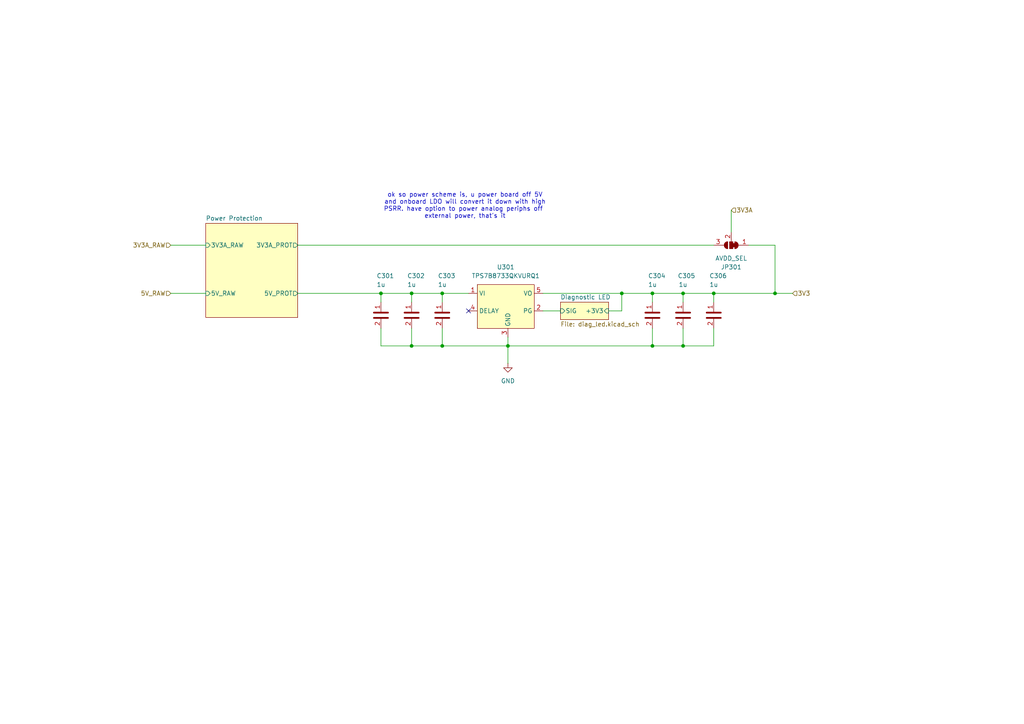
<source format=kicad_sch>
(kicad_sch (version 20250114) (generator "eeschema") (generator_version "9.0")
  (paper "A4")
  (lib_symbols
    (symbol "Jumper:SolderJumper_3_Bridged12" (pin_names (offset 0) (hide yes)) (in_bom no)
      (property "Reference" "JP" (at -2.54 -2.54 0))
      (property "Value" "SolderJumper_3_Bridged12" (at 0 2.794 0))
      (symbol "SolderJumper_3_Bridged12_0_1"
        (polyline (pts (xy -2.54 0) (xy -2.032 0)))
        (polyline (pts (xy -1.016 1.016) (xy -1.016 -1.016)))
        (rectangle (start -1.016 0.508) (end -0.508 -0.508) (fill (type outline)))
        (arc (start -1.016 -1.016) (mid -2.0276 0) (end -1.016 1.016))
        (arc (start -1.016 -1.016) (mid -2.0276 0) (end -1.016 1.016) (fill (type outline)))
        (rectangle (start -0.508 1.016) (end 0.508 -1.016) (fill (type outline)))
        (polyline (pts (xy 0 -1.27) (xy 0 -1.016)))
        (arc (start 1.016 1.016) (mid 2.0276 0) (end 1.016 -1.016))
        (arc (start 1.016 1.016) (mid 2.0276 0) (end 1.016 -1.016) (fill (type outline)))
        (polyline (pts (xy 1.016 1.016) (xy 1.016 -1.016)))
        (polyline (pts (xy 2.54 0) (xy 2.032 0)))
      )
      (symbol "SolderJumper_3_Bridged12_1_1"
        (pin passive line (at -5.08 0 0) (length 2.54) (name "A") (number "1"))
        (pin passive line (at 0 -3.81 90) (length 2.54) (name "C") (number "2"))
        (pin passive line (at 5.08 0 180) (length 2.54) (name "B") (number "3"))
      )
    )
    (symbol "bfr_capacitors:CL05A105KA5NQNC"
      (property "Reference" "C" (at 0 2.54 0))
      (property "Value" "1u" (at 1.27 2.54 0))
      (symbol "CL05A105KA5NQNC_0_1"
        (polyline (pts (xy -2.032 0.762) (xy 2.032 0.762)) (stroke (width 0.508)))
        (polyline (pts (xy -2.032 -0.762) (xy 2.032 -0.762)) (stroke (width 0.508)))
      )
      (symbol "CL05A105KA5NQNC_1_1"
        (pin passive line (at 0 3.81 270) (length 2.794) (name "~") (number "1"))
        (pin passive line (at 0 -3.81 90) (length 2.794) (name "~") (number "2"))
      )
    )
    (symbol "bfr_power_ics:TPS7B8733QKVURQ1"
      (property "Reference" "U" (at 0 7.62 0))
      (property "Value" "TPS7B8733QKVURQ1" (at 0 8.89 0))
      (symbol "TPS7B8733QKVURQ1_1_1"
        (rectangle (start -8.89 6.35) (end 7.62 -6.35) (fill (type background)))
        (pin power_in line (at -11.43 3.81 0) (length 2.54) (name "VI") (number "1"))
        (pin input line (at -11.43 -1.27 0) (length 2.54) (name "DELAY") (number "4"))
        (pin power_in line (at 0 -8.89 90) (length 2.54) (name "GND") (number "3"))
        (pin power_out line (at 10.16 3.81 180) (length 2.54) (name "VO") (number "5"))
        (pin input line (at 10.16 -1.27 180) (length 2.54) (name "PG") (number "2"))
      )
    )
    (symbol "power:GND" (power) (pin_numbers (hide yes)) (pin_names (offset 0) (hide yes))
      (property "Value" "GND" (at 0 -3.81 0))
      (symbol "GND_0_1"
        (polyline (pts (xy 0 0) (xy 0 -1.27) (xy 1.27 -1.27) (xy 0 -2.54) (xy -1.27 -1.27) (xy 0 -1.27)))
      )
      (symbol "GND_1_1"
        (pin power_in line (at 0 0 270) (length 0) (name "~") (number "1"))
      )
    )
  )
  (text "ok so power scheme is, u power board off 5V\nand onboard LDO will convert it down with high\nPSRR. have option to power analog periphs off \nexternal power, that's it" (at 134.874 59.69 0) (effects (font (size 1.27 1.27))))
  (junction (at 119.38 100.33))
  (junction (at 110.49 85.09))
  (junction (at 207.01 85.09))
  (junction (at 198.12 100.33))
  (junction (at 198.12 85.09))
  (junction (at 119.38 85.09))
  (junction (at 189.23 85.09))
  (junction (at 189.23 100.33))
  (junction (at 180.34 85.09))
  (junction (at 224.79 85.09))
  (junction (at 147.32 100.33))
  (junction (at 128.27 100.33))
  (junction (at 128.27 85.09))
  (no_connect (at 135.89 90.17))
  (wire (pts (xy 176.53 90.17) (xy 180.34 90.17)))
  (wire (pts (xy 189.23 100.33) (xy 198.12 100.33)))
  (wire (pts (xy 110.49 100.33) (xy 119.38 100.33)))
  (wire (pts (xy 217.17 71.12) (xy 224.79 71.12)))
  (wire (pts (xy 207.01 95.25) (xy 207.01 100.33)))
  (wire (pts (xy 207.01 100.33) (xy 198.12 100.33)))
  (wire (pts (xy 128.27 95.25) (xy 128.27 100.33)))
  (wire (pts (xy 128.27 85.09) (xy 135.89 85.09)))
  (wire (pts (xy 86.36 85.09) (xy 110.49 85.09)))
  (wire (pts (xy 207.01 85.09) (xy 207.01 87.63)))
  (wire (pts (xy 49.53 71.12) (xy 59.69 71.12)))
  (wire (pts (xy 119.38 85.09) (xy 128.27 85.09)))
  (wire (pts (xy 198.12 95.25) (xy 198.12 100.33)))
  (wire (pts (xy 110.49 85.09) (xy 119.38 85.09)))
  (wire (pts (xy 128.27 100.33) (xy 147.32 100.33)))
  (wire (pts (xy 49.53 85.09) (xy 59.69 85.09)))
  (wire (pts (xy 212.09 60.96) (xy 212.09 67.31)))
  (wire (pts (xy 180.34 90.17) (xy 180.34 85.09)))
  (wire (pts (xy 86.36 71.12) (xy 207.01 71.12)))
  (wire (pts (xy 147.32 105.41) (xy 147.32 100.33)))
  (wire (pts (xy 119.38 100.33) (xy 128.27 100.33)))
  (wire (pts (xy 224.79 85.09) (xy 229.87 85.09)))
  (wire (pts (xy 157.48 90.17) (xy 162.56 90.17)))
  (wire (pts (xy 189.23 85.09) (xy 189.23 87.63)))
  (wire (pts (xy 119.38 85.09) (xy 119.38 87.63)))
  (wire (pts (xy 128.27 85.09) (xy 128.27 87.63)))
  (wire (pts (xy 207.01 85.09) (xy 198.12 85.09)))
  (wire (pts (xy 110.49 85.09) (xy 110.49 87.63)))
  (wire (pts (xy 147.32 100.33) (xy 147.32 97.79)))
  (wire (pts (xy 189.23 95.25) (xy 189.23 100.33)))
  (wire (pts (xy 189.23 85.09) (xy 198.12 85.09)))
  (wire (pts (xy 198.12 85.09) (xy 198.12 87.63)))
  (wire (pts (xy 180.34 85.09) (xy 189.23 85.09)))
  (wire (pts (xy 119.38 95.25) (xy 119.38 100.33)))
  (wire (pts (xy 224.79 71.12) (xy 224.79 85.09)))
  (wire (pts (xy 157.48 85.09) (xy 180.34 85.09)))
  (wire (pts (xy 110.49 95.25) (xy 110.49 100.33)))
  (wire (pts (xy 147.32 100.33) (xy 189.23 100.33)))
  (wire (pts (xy 207.01 85.09) (xy 224.79 85.09)))
  (hierarchical_label "3V3A" (shape input) (at 212.09 60.96 0))
  (hierarchical_label "5V_RAW" (shape input) (at 49.53 85.09 180))
  (hierarchical_label "3V3" (shape input) (at 229.87 85.09 0))
  (hierarchical_label "3V3A_RAW" (shape input) (at 49.53 71.12 180))
  (symbol (lib_id "bfr_capacitors:CL05A105KA5NQNC") (at 110.49 91.44 0) (unit 1)
    (property "Reference" "C301" (at 109.22 80.01 0) (effects (justify left)))
    (property "Value" "1u" (at 109.22 82.55 0) (effects (justify left)))
    (property "Footprint" "Capacitor_SMD:C_0402_1005Metric_Pad0.74x0.62mm_HandSolder" (effects (hide yes)))
    (property "Description" "1uF±10% X5R 25V JLCPCB Basic 0402 Capacitor" (effects (hide yes)))
    (property "Sim.Device" "SUBCKT" (effects (hide yes)))
    (property "Sim.Pins" "1=P1 2=P2" (effects (hide yes)))
    (property "Sim.Library" "${BFRUH_DIR}/Electronics/spice_models/bfr_capacitors/CL05A105KA5NQNC.lib" (effects (hide yes)))
    (property "Sim.Name" "CL05A105KA5NQNC" (effects (hide yes)))
    (property "Pretty Name" "1uF X5R 25V 0402 Capacitor" (effects (hide yes)))
    (property "Order From" "LCSC" (effects (hide yes)))
    (property "LCSC P/N" "C52923" (effects (hide yes)))
    (property "JLCPCB Basic Part" "Yes" (effects (hide yes)))
    (property "Created by" "capacitor_generator.py script using jlcbasic_additional_capacitor_spec.txt" (effects (hide yes)))
  )
  (symbol (lib_id "Jumper:SolderJumper_3_Bridged12") (at 212.09 71.12 180) (unit 1) (in_bom no)
    (property "Reference" "JP301" (at 212.09 77.47 0))
    (property "Value" "AVDD_SEL" (at 212.09 74.93 0))
    (property "Footprint" "Jumper:SolderJumper-3_P1.3mm_Bridged2Bar12_Pad1.0x1.5mm_NumberLabels" (effects (hide yes)))
    (property "Description" "3-pole Solder Jumper, pins 1+2 closed/bridged" (effects (hide yes)))
  )
  (symbol (lib_id "bfr_capacitors:CL05A105KA5NQNC") (at 207.01 91.44 0) (unit 1)
    (property "Reference" "C306" (at 205.74 80.01 0) (effects (justify left)))
    (property "Value" "1u" (at 205.74 82.55 0) (effects (justify left)))
    (property "Footprint" "Capacitor_SMD:C_0402_1005Metric_Pad0.74x0.62mm_HandSolder" (effects (hide yes)))
    (property "Description" "1uF±10% X5R 25V JLCPCB Basic 0402 Capacitor" (effects (hide yes)))
    (property "Sim.Device" "SUBCKT" (effects (hide yes)))
    (property "Sim.Pins" "1=P1 2=P2" (effects (hide yes)))
    (property "Sim.Library" "${BFRUH_DIR}/Electronics/spice_models/bfr_capacitors/CL05A105KA5NQNC.lib" (effects (hide yes)))
    (property "Sim.Name" "CL05A105KA5NQNC" (effects (hide yes)))
    (property "Pretty Name" "1uF X5R 25V 0402 Capacitor" (effects (hide yes)))
    (property "Order From" "LCSC" (effects (hide yes)))
    (property "LCSC P/N" "C52923" (effects (hide yes)))
    (property "JLCPCB Basic Part" "Yes" (effects (hide yes)))
    (property "Created by" "capacitor_generator.py script using jlcbasic_additional_capacitor_spec.txt" (effects (hide yes)))
  )
  (symbol (lib_id "power:GND") (at 147.32 105.41 0) (unit 1)
    (property "Reference" "#PWR0323" (effects (hide yes)))
    (property "Value" "GND" (at 147.32 110.49 0))
    (property "Description" "Power symbol creates a global label with name \"GND\" , ground" (effects (hide yes)))
  )
  (symbol (lib_id "bfr_capacitors:CL05A105KA5NQNC") (at 189.23 91.44 0) (unit 1)
    (property "Reference" "C304" (at 187.96 80.01 0) (effects (justify left)))
    (property "Value" "1u" (at 187.96 82.55 0) (effects (justify left)))
    (property "Footprint" "Capacitor_SMD:C_0402_1005Metric_Pad0.74x0.62mm_HandSolder" (effects (hide yes)))
    (property "Description" "1uF±10% X5R 25V JLCPCB Basic 0402 Capacitor" (effects (hide yes)))
    (property "Sim.Device" "SUBCKT" (effects (hide yes)))
    (property "Sim.Pins" "1=P1 2=P2" (effects (hide yes)))
    (property "Sim.Library" "${BFRUH_DIR}/Electronics/spice_models/bfr_capacitors/CL05A105KA5NQNC.lib" (effects (hide yes)))
    (property "Sim.Name" "CL05A105KA5NQNC" (effects (hide yes)))
    (property "Pretty Name" "1uF X5R 25V 0402 Capacitor" (effects (hide yes)))
    (property "Order From" "LCSC" (effects (hide yes)))
    (property "LCSC P/N" "C52923" (effects (hide yes)))
    (property "JLCPCB Basic Part" "Yes" (effects (hide yes)))
    (property "Created by" "capacitor_generator.py script using jlcbasic_additional_capacitor_spec.txt" (effects (hide yes)))
  )
  (symbol (lib_id "bfr_capacitors:CL05A105KA5NQNC") (at 128.27 91.44 0) (unit 1)
    (property "Reference" "C303" (at 127 80.01 0) (effects (justify left)))
    (property "Value" "1u" (at 127 82.55 0) (effects (justify left)))
    (property "Footprint" "Capacitor_SMD:C_0402_1005Metric_Pad0.74x0.62mm_HandSolder" (effects (hide yes)))
    (property "Description" "1uF±10% X5R 25V JLCPCB Basic 0402 Capacitor" (effects (hide yes)))
    (property "Sim.Device" "SUBCKT" (effects (hide yes)))
    (property "Sim.Pins" "1=P1 2=P2" (effects (hide yes)))
    (property "Sim.Library" "${BFRUH_DIR}/Electronics/spice_models/bfr_capacitors/CL05A105KA5NQNC.lib" (effects (hide yes)))
    (property "Sim.Name" "CL05A105KA5NQNC" (effects (hide yes)))
    (property "Pretty Name" "1uF X5R 25V 0402 Capacitor" (effects (hide yes)))
    (property "Order From" "LCSC" (effects (hide yes)))
    (property "LCSC P/N" "C52923" (effects (hide yes)))
    (property "JLCPCB Basic Part" "Yes" (effects (hide yes)))
    (property "Created by" "capacitor_generator.py script using jlcbasic_additional_capacitor_spec.txt" (effects (hide yes)))
  )
  (symbol (lib_id "bfr_power_ics:TPS7B8733QKVURQ1") (at 147.32 88.9 0) (unit 1)
    (property "Reference" "U301" (at 146.685 77.47 0))
    (property "Value" "TPS7B8733QKVURQ1" (at 146.685 80.01 0))
    (property "Footprint" "Package_TO_SOT_SMD:TO-252-5_TabPin3" (effects (hide yes)))
    (property "Datasheet" "https://www.ti.com/lit/ds/symlink/tps7b87-q1.pdf" (effects (hide yes)))
    (property "Manufacturer P/N" "TPS7B8733QKVURQ1" (effects (hide yes)))
    (property "Manufacturer" "Texas Instruments" (effects (hide yes)))
    (property "Digikey P/N" "296-TPS7B8733QKVURQ1CT-ND" (effects (hide yes)))
    (property "Mouser P/N" "595-TPS7B8733QKVURQ1 " (effects (hide yes)))
    (property "LCSC P/N" "C3752877" (effects (hide yes)))
    (property "JLC Basic Part" "No" (effects (hide yes)))
    (property "Order From" "Mouser" (effects (hide yes)))
    (property "Created By" "Manual Entry" (effects (hide yes)))
  )
  (symbol (lib_id "bfr_capacitors:CL05A105KA5NQNC") (at 198.12 91.44 0) (mirror y) (unit 1)
    (property "Reference" "C305" (at 201.676 80.01 0) (effects (justify left)))
    (property "Value" "1u" (at 199.39 82.55 0) (effects (justify left)))
    (property "Footprint" "Capacitor_SMD:C_0402_1005Metric_Pad0.74x0.62mm_HandSolder" (effects (hide yes)))
    (property "Description" "1uF±10% X5R 25V JLCPCB Basic 0402 Capacitor" (effects (hide yes)))
    (property "Sim.Device" "SUBCKT" (effects (hide yes)))
    (property "Sim.Pins" "1=P1 2=P2" (effects (hide yes)))
    (property "Sim.Library" "${BFRUH_DIR}/Electronics/spice_models/bfr_capacitors/CL05A105KA5NQNC.lib" (effects (hide yes)))
    (property "Sim.Name" "CL05A105KA5NQNC" (effects (hide yes)))
    (property "Pretty Name" "1uF X5R 25V 0402 Capacitor" (effects (hide yes)))
    (property "Order From" "LCSC" (effects (hide yes)))
    (property "LCSC P/N" "C52923" (effects (hide yes)))
    (property "JLCPCB Basic Part" "Yes" (effects (hide yes)))
    (property "Created by" "capacitor_generator.py script using jlcbasic_additional_capacitor_spec.txt" (effects (hide yes)))
  )
  (symbol (lib_id "bfr_capacitors:CL05A105KA5NQNC") (at 119.38 91.44 0) (unit 1)
    (property "Reference" "C302" (at 118.11 80.01 0) (effects (justify left)))
    (property "Value" "1u" (at 118.11 82.55 0) (effects (justify left)))
    (property "Footprint" "Capacitor_SMD:C_0402_1005Metric_Pad0.74x0.62mm_HandSolder" (effects (hide yes)))
    (property "Description" "1uF±10% X5R 25V JLCPCB Basic 0402 Capacitor" (effects (hide yes)))
    (property "Sim.Device" "SUBCKT" (effects (hide yes)))
    (property "Sim.Pins" "1=P1 2=P2" (effects (hide yes)))
    (property "Sim.Library" "${BFRUH_DIR}/Electronics/spice_models/bfr_capacitors/CL05A105KA5NQNC.lib" (effects (hide yes)))
    (property "Sim.Name" "CL05A105KA5NQNC" (effects (hide yes)))
    (property "Pretty Name" "1uF X5R 25V 0402 Capacitor" (effects (hide yes)))
    (property "Order From" "LCSC" (effects (hide yes)))
    (property "LCSC P/N" "C52923" (effects (hide yes)))
    (property "JLCPCB Basic Part" "Yes" (effects (hide yes)))
    (property "Created by" "capacitor_generator.py script using jlcbasic_additional_capacitor_spec.txt" (effects (hide yes)))
  )
  (sheet (at 162.56 87.63) (size 13.97 5.08) (stroke (width 0.1524)) (fill (color 255 255 194 1.0000))
    (property "Sheetname" "Diagnostic LED" (at 162.56 86.9184 0) (effects (justify left bottom)))
    (property "Sheetfile" "diag_led.kicad_sch" (at 162.56 93.2946 0) (effects (justify left top)))
    (pin "+3V3" input (at 176.53 90.17 0))
    (pin "SIG" input (at 162.56 90.17 180))
  )
  (sheet (at 59.69 64.77) (size 26.67 27.305) (stroke (width 0.1524)) (fill (color 255 255 194 1.0000))
    (property "Sheetname" "Power Protection" (at 59.69 64.0584 0) (effects (justify left bottom)))
    (property "Sheetfile" "power_protection.kicad_sch" (effects (hide yes)))
    (pin "5V_RAW" input (at 59.69 85.09 180))
    (pin "3V3A_RAW" input (at 59.69 71.12 180))
    (pin "3V3A_PROT" output (at 86.36 71.12 0))
    (pin "5V_PROT" output (at 86.36 85.09 0))
  )
)
</source>
